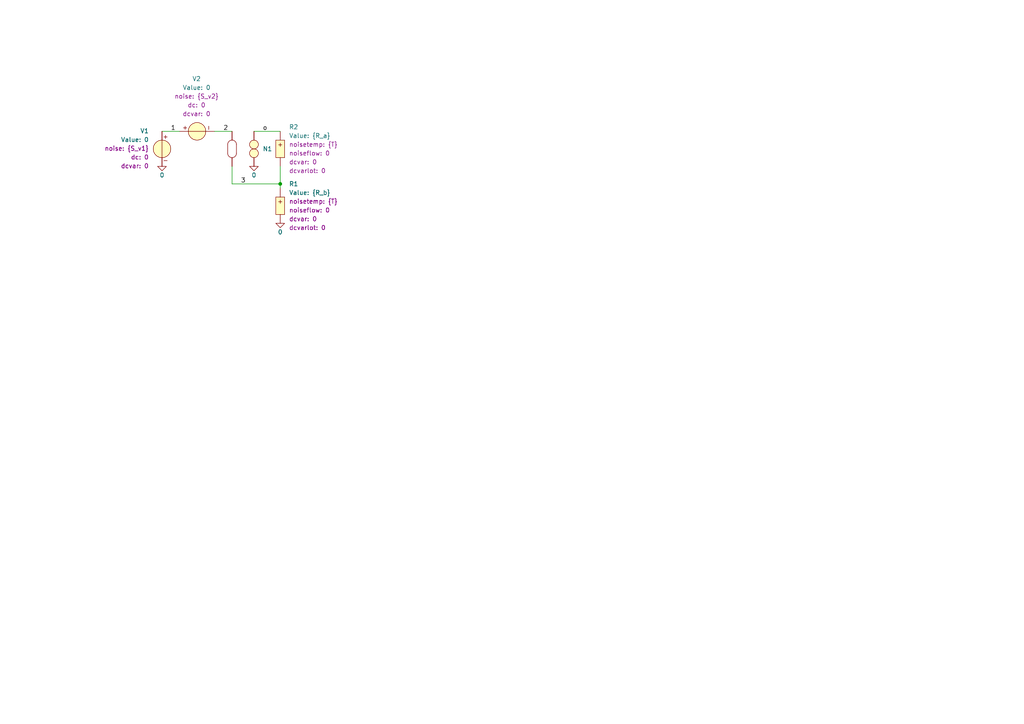
<source format=kicad_sch>
(kicad_sch (version 20250114) (generator "eeschema") (generator_version "9.0")
  (paper "A4")
  (lib_symbols
    (symbol "SLiCAP:GND" (power) (pin_numbers (hide yes)) (pin_names (offset 0) (hide yes))
      (property "Value" "0" (at 0 -2.54 0))
      (symbol "GND_0_1"
        (polyline (pts (xy -1.27 0) (xy 0 -1.27) (xy 1.27 0) (xy -1.27 0)))
      )
      (symbol "GND_1_1"
        (pin power_in line (at 0 0 0) (length 0) (name "~") (number "1"))
      )
    )
    (symbol "SLiCAP:N" (pin_numbers (hide yes)) (pin_names (offset 0) (hide yes))
      (property "Reference" "N?" (at 1.905 0 0))
      (symbol "N_0_1"
        (polyline (pts (xy -7.62 1.27) (xy -7.62 -1.27)))
        (arc (start -5.08 -1.27) (mid -5.452 -2.168) (end -6.35 -2.54))
        (arc (start -6.3499 2.5401) (mid -5.4519 2.1681) (end -5.0799 1.2701))
        (arc (start -6.35 -2.54) (mid -7.248 -2.168) (end -7.62 -1.27))
        (arc (start -7.6199 1.2701) (mid -7.2479 2.1681) (end -6.3499 2.5401))
      )
      (symbol "N_1_0"
        (pin power_out line (at 0 5.08 270) (length 2.54) (name "outP") (number "1"))
        (pin power_out line (at 0 -5.08 90) (length 2.54) (name "outN") (number "2"))
      )
      (symbol "N_1_1"
        (polyline (pts (xy -5.08 1.27) (xy -5.08 -1.27)) (fill (type background)))
        (circle (center 0 1.27) (radius 1.27) (fill (type background)))
        (circle (center 0 -1.27) (radius 1.27) (fill (type background)))
        (pin input line (at -6.35 5.08 270) (length 2.54) (name "inp") (number "3"))
        (pin input line (at -6.35 -5.08 90) (length 2.54) (name "inN") (number "4"))
      )
    )
    (symbol "SLiCAP:R" (pin_numbers (hide yes)) (pin_names (offset 1.016) (hide yes))
      (property "Reference" "R?" (at 1.905 3.81 0))
      (property "Value" "?" (at 1.905 1.905 0) (show_name))
      (property "noisetemp" "0" (at 1.905 0 0) (show_name))
      (property "noiseflow" "0" (at 15.24 0 0) (show_name))
      (property "dcvar" "0" (at 1.905 -1.905 0) (show_name))
      (property "dcvarlot" "0" (at 15.24 -1.905 0) (show_name))
      (symbol "R_0_0"
        (text "+" (at 0 1.27 0) (effects (font (size 1.27 1.27))))
      )
      (symbol "R_1_0"
        (pin passive line (at 0 5.08 270) (length 2.54) (name "1") (number "1"))
        (pin passive line (at 0 -5.08 90) (length 2.54) (name "2") (number "2"))
      )
      (symbol "R_1_1"
        (rectangle (start -1.27 2.54) (end 1.27 -2.54) (fill (type background)))
      )
    )
    (symbol "SLiCAP:V" (pin_numbers (hide yes)) (pin_names (offset 0) (hide yes))
      (property "Reference" "V?" (at 3.175 4.445 0))
      (property "Value" "?" (at 3.175 2.54 0) (show_name))
      (property "noise" "0" (at 3.175 -3.175 0) (show_name))
      (property "dc" "0" (at 3.175 0.635 0) (show_name))
      (property "dcvar" "0" (at 3.175 -1.27 0) (show_name))
      (symbol "V_0_0"
        (text "+" (at -1.016 3.556 0) (effects (font (size 1.27 1.27))))
        (text "-" (at -1.016 -3.302 0) (effects (font (size 1.27 1.27))))
        (pin power_out line (at 0 5.08 270) (length 2.54) (name "p") (number "1"))
        (pin power_out line (at 0 -5.08 90) (length 2.54) (name "n") (number "2"))
      )
      (symbol "V_0_1"
        (polyline (pts (xy 0 2.54) (xy 0 -2.54)))
      )
      (symbol "V_1_0"
        (circle (center 0 0) (radius 2.54) (fill (type background)))
      )
    )
  )
  (junction (at 81.28 53.34))
  (wire (pts (xy 52.07 38.1) (xy 46.99 38.1)))
  (wire (pts (xy 67.31 48.26) (xy 67.31 53.34)))
  (wire (pts (xy 81.28 53.34) (xy 81.28 48.26)))
  (wire (pts (xy 67.31 53.34) (xy 81.28 53.34)))
  (wire (pts (xy 67.31 38.1) (xy 62.23 38.1)))
  (wire (pts (xy 73.66 38.1) (xy 81.28 38.1)))
  (wire (pts (xy 81.28 54.61) (xy 81.28 53.34)))
  (label "2" (at 64.77 38.1 0))
  (label "o" (at 76.2 38.1 0))
  (label "1" (at 49.53 38.1 0))
  (label "3" (at 69.85 53.34 0))
  (symbol (lib_id "SLiCAP:V") (at 46.99 43.18 0) (mirror y) (unit 1)
    (property "Reference" "V1" (at 43.18 37.9729 0) (effects (justify left)))
    (property "Value" "0" (at 43.18 40.5129 0) (show_name yes) (effects (justify left)))
    (property "Description" "Independent voltage source" (effects (hide yes)))
    (property "noise" "{S_v1}" (at 43.18 43.0529 0) (show_name yes) (effects (justify left)))
    (property "dc" "0" (at 43.18 45.5929 0) (show_name yes) (effects (justify left)))
    (property "dcvar" "0" (at 43.18 48.1329 0) (show_name yes) (effects (justify left)))
    (property "model" "V" (effects (hide yes)))
  )
  (symbol (lib_id "SLiCAP:GND") (at 73.66 48.26 0) (unit 1)
    (property "Reference" "#06" (effects (hide yes)))
    (property "Value" "0" (at 73.66 50.8 0))
    (property "Description" "0V reference potential" (effects (hide yes)))
  )
  (symbol (lib_id "SLiCAP:GND") (at 46.99 48.26 0) (unit 1)
    (property "Reference" "#05" (effects (hide yes)))
    (property "Value" "0" (at 46.99 50.8 0))
    (property "Description" "0V reference potential" (effects (hide yes)))
  )
  (symbol (lib_id "SLiCAP:N") (at 73.66 43.18 0) (unit 1)
    (property "Reference" "N1" (at 76.2 43.1798 0) (effects (justify left)))
    (property "Description" "Nullor" (effects (hide yes)))
    (property "model" "N" (effects (hide yes)))
  )
  (symbol (lib_id "SLiCAP:R") (at 81.28 59.69 0) (unit 1)
    (property "Reference" "R1" (at 83.82 53.3399 0) (effects (justify left)))
    (property "Value" "{R_b}" (at 83.82 55.8799 0) (show_name yes) (effects (justify left)))
    (property "Description" "Resistor (cannot have zero resistance)" (effects (hide yes)))
    (property "model" "R" (effects (hide yes)))
    (property "noisetemp" "{T}" (at 83.82 58.4199 0) (show_name yes) (effects (justify left)))
    (property "noiseflow" "0" (at 83.82 60.9599 0) (show_name yes) (effects (justify left)))
    (property "dcvar" "0" (at 83.82 63.4999 0) (show_name yes) (effects (justify left)))
    (property "dcvarlot" "0" (at 83.82 66.0399 0) (show_name yes) (effects (justify left)))
  )
  (symbol (lib_id "SLiCAP:GND") (at 81.28 64.77 0) (unit 1)
    (property "Reference" "#01" (effects (hide yes)))
    (property "Value" "0" (at 81.28 67.31 0))
    (property "Description" "0V reference potential" (effects (hide yes)))
  )
  (symbol (lib_id "SLiCAP:V") (at 57.15 38.1 90) (mirror x) (unit 1)
    (property "Reference" "V2" (at 57.023 22.86 90))
    (property "Value" "0" (at 57.023 25.4 90) (show_name yes))
    (property "Description" "Independent voltage source" (effects (hide yes)))
    (property "noise" "{S_v2}" (at 57.023 27.94 90) (show_name yes))
    (property "dc" "0" (at 57.023 30.48 90) (show_name yes))
    (property "dcvar" "0" (at 57.023 33.02 90) (show_name yes))
    (property "model" "V" (effects (hide yes)))
  )
  (symbol (lib_id "SLiCAP:R") (at 81.28 43.18 0) (unit 1)
    (property "Reference" "R2" (at 83.82 36.8299 0) (effects (justify left)))
    (property "Value" "{R_a}" (at 83.82 39.3699 0) (show_name yes) (effects (justify left)))
    (property "Description" "Resistor (cannot have zero resistance)" (effects (hide yes)))
    (property "model" "R" (effects (hide yes)))
    (property "noisetemp" "{T}" (at 83.82 41.9099 0) (show_name yes) (effects (justify left)))
    (property "noiseflow" "0" (at 83.82 44.4499 0) (show_name yes) (effects (justify left)))
    (property "dcvar" "0" (at 83.82 46.9899 0) (show_name yes) (effects (justify left)))
    (property "dcvarlot" "0" (at 83.82 49.5299 0) (show_name yes) (effects (justify left)))
  )
)
</source>
